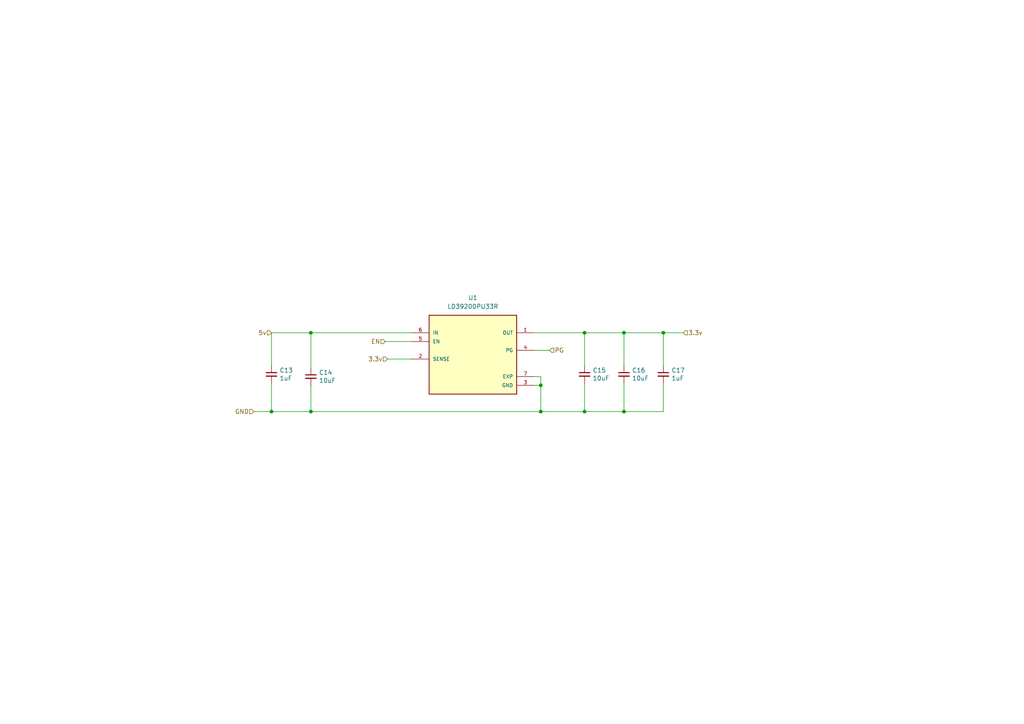
<source format=kicad_sch>
(kicad_sch (version 20230121) (generator eeschema)
  (paper "A4")
  (lib_symbols
    (symbol "Device:C_Small" (pin_numbers hide) (pin_names (offset 0.254) hide)
      (property "Reference" "C" (at 0.254 1.778 0))
      (property "Value" "C_Small" (at 0.254 -2.032 0))
      (symbol "C_Small_0_1"
        (polyline (pts (xy -1.524 -0.508) (xy 1.524 -0.508)) (stroke (width 0.3302)))
        (polyline (pts (xy -1.524 0.508) (xy 1.524 0.508)) (stroke (width 0.3048)))
      )
      (symbol "C_Small_1_1"
        (pin passive line (at 0 2.54 270) (length 2.032) (name "~") (number "1"))
        (pin passive line (at 0 -2.54 90) (length 2.032) (name "~") (number "2"))
      )
    )
    (symbol "b121:LD39200PU33R" (pin_names (offset 1.016))
      (property "Reference" "U" (at -12.7 13.462 0))
      (property "Value" "LD39200PU33R" (at -12.7 -12.7 0))
      (symbol "LD39200PU33R_0_0"
        (rectangle (start -12.7 -10.16) (end 12.7 12.7) (stroke (width 0.254)) (fill (type background)))
        (pin output line (at 17.78 7.62 180) (length 5.08) (name "OUT") (number "1"))
        (pin input line (at -17.78 0 0) (length 5.08) (name "SENSE") (number "2"))
        (pin power_in line (at 17.78 -7.62 180) (length 5.08) (name "GND") (number "3"))
        (pin output line (at 17.78 2.54 180) (length 5.08) (name "PG") (number "4"))
        (pin input line (at -17.78 5.08 0) (length 5.08) (name "EN") (number "5"))
        (pin input line (at -17.78 7.62 0) (length 5.08) (name "IN") (number "6"))
        (pin power_in line (at 17.78 -5.08 180) (length 5.08) (name "EXP") (number "7"))
      )
    )
  )
  (junction (at 180.975 119.38))
  (junction (at 78.74 119.38))
  (junction (at 156.845 119.38))
  (junction (at 90.17 119.38))
  (junction (at 180.975 96.52))
  (junction (at 169.545 119.38))
  (junction (at 90.17 96.52))
  (junction (at 156.845 111.76))
  (junction (at 169.545 96.52))
  (junction (at 192.405 96.52))
  (wire (pts (xy 192.405 111.125) (xy 192.405 119.38)))
  (wire (pts (xy 90.17 111.76) (xy 90.17 119.38)))
  (wire (pts (xy 154.94 109.22) (xy 156.845 109.22)))
  (wire (pts (xy 154.94 101.6) (xy 159.385 101.6)))
  (wire (pts (xy 192.405 96.52) (xy 198.12 96.52)))
  (wire (pts (xy 180.975 96.52) (xy 180.975 106.045)))
  (wire (pts (xy 169.545 119.38) (xy 180.975 119.38)))
  (wire (pts (xy 78.74 96.52) (xy 90.17 96.52)))
  (wire (pts (xy 180.975 111.125) (xy 180.975 119.38)))
  (wire (pts (xy 90.17 96.52) (xy 90.17 106.68)))
  (wire (pts (xy 78.74 106.045) (xy 78.74 96.52)))
  (wire (pts (xy 78.74 111.125) (xy 78.74 119.38)))
  (wire (pts (xy 154.94 111.76) (xy 156.845 111.76)))
  (wire (pts (xy 156.845 109.22) (xy 156.845 111.76)))
  (wire (pts (xy 192.405 96.52) (xy 192.405 106.045)))
  (wire (pts (xy 156.845 111.76) (xy 156.845 119.38)))
  (wire (pts (xy 154.94 96.52) (xy 169.545 96.52)))
  (wire (pts (xy 180.975 119.38) (xy 192.405 119.38)))
  (wire (pts (xy 90.17 96.52) (xy 119.38 96.52)))
  (wire (pts (xy 169.545 106.045) (xy 169.545 96.52)))
  (wire (pts (xy 169.545 96.52) (xy 180.975 96.52)))
  (wire (pts (xy 90.17 119.38) (xy 156.845 119.38)))
  (wire (pts (xy 73.66 119.38) (xy 78.74 119.38)))
  (wire (pts (xy 156.845 119.38) (xy 169.545 119.38)))
  (wire (pts (xy 111.76 99.06) (xy 119.38 99.06)))
  (wire (pts (xy 112.395 104.14) (xy 119.38 104.14)))
  (wire (pts (xy 78.74 119.38) (xy 90.17 119.38)))
  (wire (pts (xy 169.545 111.125) (xy 169.545 119.38)))
  (wire (pts (xy 180.975 96.52) (xy 192.405 96.52)))
  (hierarchical_label "EN" (shape input) (at 111.76 99.06 180))
  (hierarchical_label "3.3v" (shape input) (at 198.12 96.52 0))
  (hierarchical_label "3.3v" (shape input) (at 112.395 104.14 180))
  (hierarchical_label "GND" (shape input) (at 73.66 119.38 180))
  (hierarchical_label "PG" (shape input) (at 159.385 101.6 0))
  (hierarchical_label "5v" (shape input) (at 78.74 96.52 180))
  (symbol (lib_id "Device:C_Small") (at 180.975 108.585 0) (unit 1)
    (property "Reference" "C16" (at 183.3118 107.4166 0) (effects (justify left)))
    (property "Value" "10uF" (at 183.3118 109.728 0) (effects (justify left)))
    (property "Footprint" "Capacitor_SMD:C_0603_1608Metric" (effects hide))
  )
  (symbol (lib_id "Device:C_Small") (at 78.74 108.585 0) (unit 1)
    (property "Reference" "C13" (at 81.0768 107.4166 0) (effects (justify left)))
    (property "Value" "1uF" (at 81.0768 109.728 0) (effects (justify left)))
    (property "Footprint" "Capacitor_SMD:C_0603_1608Metric" (effects hide))
  )
  (symbol (lib_id "b121:LD39200PU33R") (at 137.16 104.14 0) (unit 1)
    (property "Reference" "U1" (at 137.16 86.36 0))
    (property "Value" "LD39200PU33R" (at 137.16 88.9 0))
    (property "Footprint" "b121:SON95P300X300X100-7N" (effects hide))
  )
  (symbol (lib_id "Device:C_Small") (at 90.17 109.22 0) (unit 1)
    (property "Reference" "C14" (at 92.5068 108.0516 0) (effects (justify left)))
    (property "Value" "10uF" (at 92.5068 110.363 0) (effects (justify left)))
    (property "Footprint" "Capacitor_SMD:C_0603_1608Metric" (effects hide))
  )
  (symbol (lib_id "Device:C_Small") (at 192.405 108.585 0) (unit 1)
    (property "Reference" "C17" (at 194.7418 107.4166 0) (effects (justify left)))
    (property "Value" "1uF" (at 194.7418 109.728 0) (effects (justify left)))
    (property "Footprint" "Capacitor_SMD:C_0603_1608Metric" (effects hide))
  )
  (symbol (lib_id "Device:C_Small") (at 169.545 108.585 0) (unit 1)
    (property "Reference" "C15" (at 171.8818 107.4166 0) (effects (justify left)))
    (property "Value" "10uF" (at 171.8818 109.728 0) (effects (justify left)))
    (property "Footprint" "Capacitor_SMD:C_0603_1608Metric" (effects hide))
  )
)
</source>
